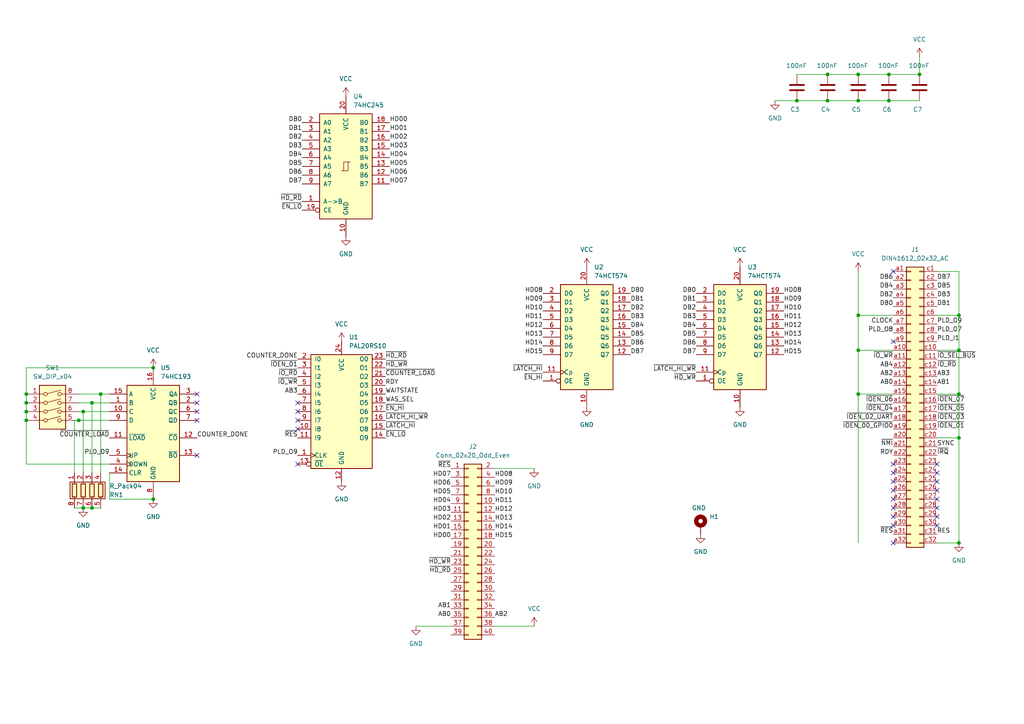
<source format=kicad_sch>
(kicad_sch (version 20250114) (generator "eeschema") (generator_version "9.0")
  (paper "A4")
  (lib_symbols
    (symbol "74xx:74HC193"
      (property "Reference" "U" (at -7.62 13.97 0))
      (property "Value" "74HC193" (at 5.08 13.97 0))
      (symbol "74HC193_1_0"
        (pin input line (at -12.7 10.16 0) (length 5.08) (name "A") (number "15"))
        (pin input line (at -12.7 7.62 0) (length 5.08) (name "B") (number "1"))
        (pin input line (at -12.7 5.08 0) (length 5.08) (name "C") (number "10"))
        (pin input line (at -12.7 2.54 0) (length 5.08) (name "D") (number "9"))
        (pin input line (at -12.7 -2.54 0) (length 5.08) (name "~{LOAD}") (number "11"))
        (pin input clock (at -12.7 -7.62 0) (length 5.08) (name "UP") (number "5"))
        (pin input clock (at -12.7 -10.16 0) (length 5.08) (name "DOWN") (number "4"))
        (pin input line (at -12.7 -12.7 0) (length 5.08) (name "CLR") (number "14"))
        (pin power_in line (at 0 17.78 270) (length 5.08) (name "VCC") (number "16"))
        (pin power_in line (at 0 -20.32 90) (length 5.08) (name "GND") (number "8"))
        (pin output line (at 12.7 10.16 180) (length 5.08) (name "QA") (number "3"))
        (pin output line (at 12.7 7.62 180) (length 5.08) (name "QB") (number "2"))
        (pin output line (at 12.7 5.08 180) (length 5.08) (name "QC") (number "6"))
        (pin output line (at 12.7 2.54 180) (length 5.08) (name "QD") (number "7"))
        (pin output line (at 12.7 -2.54 180) (length 5.08) (name "~{CO}") (number "12"))
        (pin output line (at 12.7 -7.62 180) (length 5.08) (name "~{BO}") (number "13"))
      )
      (symbol "74HC193_1_1"
        (rectangle (start -7.62 12.7) (end 7.62 -15.24) (stroke (width 0.254)) (fill (type background)))
      )
    )
    (symbol "74xx:74HC245" (pin_names (offset 1.016))
      (property "Reference" "U" (at -7.62 16.51 0))
      (property "Value" "74HC245" (at -7.62 -16.51 0))
      (symbol "74HC245_1_0"
        (polyline (pts (xy -1.27 -1.27) (xy 0.635 -1.27) (xy 0.635 1.27) (xy 1.27 1.27)))
        (polyline (pts (xy -0.635 -1.27) (xy -0.635 1.27) (xy 0.635 1.27)))
        (pin tri_state line (at -12.7 12.7 0) (length 5.08) (name "A0") (number "2"))
        (pin tri_state line (at -12.7 10.16 0) (length 5.08) (name "A1") (number "3"))
        (pin tri_state line (at -12.7 7.62 0) (length 5.08) (name "A2") (number "4"))
        (pin tri_state line (at -12.7 5.08 0) (length 5.08) (name "A3") (number "5"))
        (pin tri_state line (at -12.7 2.54 0) (length 5.08) (name "A4") (number "6"))
        (pin tri_state line (at -12.7 0 0) (length 5.08) (name "A5") (number "7"))
        (pin tri_state line (at -12.7 -2.54 0) (length 5.08) (name "A6") (number "8"))
        (pin tri_state line (at -12.7 -5.08 0) (length 5.08) (name "A7") (number "9"))
        (pin input line (at -12.7 -10.16 0) (length 5.08) (name "A->B") (number "1"))
        (pin input inverted (at -12.7 -12.7 0) (length 5.08) (name "CE") (number "19"))
        (pin power_in line (at 0 20.32 270) (length 5.08) (name "VCC") (number "20"))
        (pin power_in line (at 0 -20.32 90) (length 5.08) (name "GND") (number "10"))
        (pin tri_state line (at 12.7 12.7 180) (length 5.08) (name "B0") (number "18"))
        (pin tri_state line (at 12.7 10.16 180) (length 5.08) (name "B1") (number "17"))
        (pin tri_state line (at 12.7 7.62 180) (length 5.08) (name "B2") (number "16"))
        (pin tri_state line (at 12.7 5.08 180) (length 5.08) (name "B3") (number "15"))
        (pin tri_state line (at 12.7 2.54 180) (length 5.08) (name "B4") (number "14"))
        (pin tri_state line (at 12.7 0 180) (length 5.08) (name "B5") (number "13"))
        (pin tri_state line (at 12.7 -2.54 180) (length 5.08) (name "B6") (number "12"))
        (pin tri_state line (at 12.7 -5.08 180) (length 5.08) (name "B7") (number "11"))
      )
      (symbol "74HC245_1_1"
        (rectangle (start -7.62 15.24) (end 7.62 -15.24) (stroke (width 0.254)) (fill (type background)))
      )
    )
    (symbol "74xx:74HCT574" (pin_names (offset 1.016))
      (property "Reference" "U" (at -7.62 16.51 0))
      (property "Value" "74HCT574" (at -7.62 -16.51 0))
      (symbol "74HCT574_1_0"
        (pin input line (at -12.7 12.7 0) (length 5.08) (name "D0") (number "2"))
        (pin input line (at -12.7 10.16 0) (length 5.08) (name "D1") (number "3"))
        (pin input line (at -12.7 7.62 0) (length 5.08) (name "D2") (number "4"))
        (pin input line (at -12.7 5.08 0) (length 5.08) (name "D3") (number "5"))
        (pin input line (at -12.7 2.54 0) (length 5.08) (name "D4") (number "6"))
        (pin input line (at -12.7 0 0) (length 5.08) (name "D5") (number "7"))
        (pin input line (at -12.7 -2.54 0) (length 5.08) (name "D6") (number "8"))
        (pin input line (at -12.7 -5.08 0) (length 5.08) (name "D7") (number "9"))
        (pin input clock (at -12.7 -10.16 0) (length 5.08) (name "Cp") (number "11"))
        (pin input inverted (at -12.7 -12.7 0) (length 5.08) (name "OE") (number "1"))
        (pin power_in line (at 0 20.32 270) (length 5.08) (name "VCC") (number "20"))
        (pin power_in line (at 0 -20.32 90) (length 5.08) (name "GND") (number "10"))
        (pin tri_state line (at 12.7 12.7 180) (length 5.08) (name "Q0") (number "19"))
        (pin tri_state line (at 12.7 10.16 180) (length 5.08) (name "Q1") (number "18"))
        (pin tri_state line (at 12.7 7.62 180) (length 5.08) (name "Q2") (number "17"))
        (pin tri_state line (at 12.7 5.08 180) (length 5.08) (name "Q3") (number "16"))
        (pin tri_state line (at 12.7 2.54 180) (length 5.08) (name "Q4") (number "15"))
        (pin tri_state line (at 12.7 0 180) (length 5.08) (name "Q5") (number "14"))
        (pin tri_state line (at 12.7 -2.54 180) (length 5.08) (name "Q6") (number "13"))
        (pin tri_state line (at 12.7 -5.08 180) (length 5.08) (name "Q7") (number "12"))
      )
      (symbol "74HCT574_1_1"
        (rectangle (start -7.62 15.24) (end 7.62 -15.24) (stroke (width 0.254)) (fill (type background)))
      )
    )
    (symbol "Connector:DIN41612_02x32_AC" (pin_names (offset 1.016) (hide yes))
      (property "Reference" "J" (at 1.27 40.64 0))
      (property "Value" "DIN41612_02x32_AC" (at 1.27 -43.18 0))
      (symbol "DIN41612_02x32_AC_1_1"
        (rectangle (start -1.27 39.37) (end 3.81 -41.91) (stroke (width 0.254)) (fill (type background)))
        (rectangle (start -1.27 38.227) (end 0 37.973) (stroke (width 0.1524)))
        (rectangle (start -1.27 35.687) (end 0 35.433) (stroke (width 0.1524)))
        (rectangle (start -1.27 33.147) (end 0 32.893) (stroke (width 0.1524)))
        (rectangle (start -1.27 30.607) (end 0 30.353) (stroke (width 0.1524)))
        (rectangle (start -1.27 28.067) (end 0 27.813) (stroke (width 0.1524)))
        (rectangle (start -1.27 25.527) (end 0 25.273) (stroke (width 0.1524)))
        (rectangle (start -1.27 22.987) (end 0 22.733) (stroke (width 0.1524)))
        (rectangle (start -1.27 20.447) (end 0 20.193) (stroke (width 0.1524)))
        (rectangle (start -1.27 17.907) (end 0 17.653) (stroke (width 0.1524)))
        (rectangle (start -1.27 15.367) (end 0 15.113) (stroke (width 0.1524)))
        (rectangle (start -1.27 12.827) (end 0 12.573) (stroke (width 0.1524)))
        (rectangle (start -1.27 10.287) (end 0 10.033) (stroke (width 0.1524)))
        (rectangle (start -1.27 7.747) (end 0 7.493) (stroke (width 0.1524)))
        (rectangle (start -1.27 5.207) (end 0 4.953) (stroke (width 0.1524)))
        (rectangle (start -1.27 2.667) (end 0 2.413) (stroke (width 0.1524)))
        (rectangle (start -1.27 0.127) (end 0 -0.127) (stroke (width 0.1524)))
        (rectangle (start -1.27 -2.413) (end 0 -2.667) (stroke (width 0.1524)))
        (rectangle (start -1.27 -4.953) (end 0 -5.207) (stroke (width 0.1524)))
        (rectangle (start -1.27 -7.493) (end 0 -7.747) (stroke (width 0.1524)))
        (rectangle (start -1.27 -10.033) (end 0 -10.287) (stroke (width 0.1524)))
        (rectangle (start -1.27 -12.573) (end 0 -12.827) (stroke (width 0.1524)))
        (rectangle (start -1.27 -15.113) (end 0 -15.367) (stroke (width 0.1524)))
        (rectangle (start -1.27 -17.653) (end 0 -17.907) (stroke (width 0.1524)))
        (rectangle (start -1.27 -20.193) (end 0 -20.447) (stroke (width 0.1524)))
        (rectangle (start -1.27 -22.733) (end 0 -22.987) (stroke (width 0.1524)))
        (rectangle (start -1.27 -25.273) (end 0 -25.527) (stroke (width 0.1524)))
        (rectangle (start -1.27 -27.813) (end 0 -28.067) (stroke (width 0.1524)))
        (rectangle (start -1.27 -30.353) (end 0 -30.607) (stroke (width 0.1524)))
        (rectangle (start -1.27 -32.893) (end 0 -33.147) (stroke (width 0.1524)))
        (rectangle (start -1.27 -35.433) (end 0 -35.687) (stroke (width 0.1524)))
        (rectangle (start -1.27 -37.973) (end 0 -38.227) (stroke (width 0.1524)))
        (rectangle (start -1.27 -40.513) (end 0 -40.767) (stroke (width 0.1524)))
        (rectangle (start 3.81 38.227) (end 2.54 37.973) (stroke (width 0.1524)))
        (rectangle (start 3.81 35.687) (end 2.54 35.433) (stroke (width 0.1524)))
        (rectangle (start 3.81 33.147) (end 2.54 32.893) (stroke (width 0.1524)))
        (rectangle (start 3.81 30.607) (end 2.54 30.353) (stroke (width 0.1524)))
        (rectangle (start 3.81 28.067) (end 2.54 27.813) (stroke (width 0.1524)))
        (rectangle (start 3.81 25.527) (end 2.54 25.273) (stroke (width 0.1524)))
        (rectangle (start 3.81 22.987) (end 2.54 22.733) (stroke (width 0.1524)))
        (rectangle (start 3.81 20.447) (end 2.54 20.193) (stroke (width 0.1524)))
        (rectangle (start 3.81 17.907) (end 2.54 17.653) (stroke (width 0.1524)))
        (rectangle (start 3.81 15.367) (end 2.54 15.113) (stroke (width 0.1524)))
        (rectangle (start 3.81 12.827) (end 2.54 12.573) (stroke (width 0.1524)))
        (rectangle (start 3.81 10.287) (end 2.54 10.033) (stroke (width 0.1524)))
        (rectangle (start 3.81 7.747) (end 2.54 7.493) (stroke (width 0.1524)))
        (rectangle (start 3.81 5.207) (end 2.54 4.953) (stroke (width 0.1524)))
        (rectangle (start 3.81 2.667) (end 2.54 2.413) (stroke (width 0.1524)))
        (rectangle (start 3.81 0.127) (end 2.54 -0.127) (stroke (width 0.1524)))
        (rectangle (start 3.81 -2.413) (end 2.54 -2.667) (stroke (width 0.1524)))
        (rectangle (start 3.81 -4.953) (end 2.54 -5.207) (stroke (width 0.1524)))
        (rectangle (start 3.81 -7.493) (end 2.54 -7.747) (stroke (width 0.1524)))
        (rectangle (start 3.81 -10.033) (end 2.54 -10.287) (stroke (width 0.1524)))
        (rectangle (start 3.81 -12.573) (end 2.54 -12.827) (stroke (width 0.1524)))
        (rectangle (start 3.81 -15.113) (end 2.54 -15.367) (stroke (width 0.1524)))
        (rectangle (start 3.81 -17.653) (end 2.54 -17.907) (stroke (width 0.1524)))
        (rectangle (start 3.81 -20.193) (end 2.54 -20.447) (stroke (width 0.1524)))
        (rectangle (start 3.81 -22.733) (end 2.54 -22.987) (stroke (width 0.1524)))
        (rectangle (start 3.81 -25.273) (end 2.54 -25.527) (stroke (width 0.1524)))
        (rectangle (start 3.81 -27.813) (end 2.54 -28.067) (stroke (width 0.1524)))
        (rectangle (start 3.81 -30.353) (end 2.54 -30.607) (stroke (width 0.1524)))
        (rectangle (start 3.81 -32.893) (end 2.54 -33.147) (stroke (width 0.1524)))
        (rectangle (start 3.81 -35.433) (end 2.54 -35.687) (stroke (width 0.1524)))
        (rectangle (start 3.81 -37.973) (end 2.54 -38.227) (stroke (width 0.1524)))
        (rectangle (start 3.81 -40.513) (end 2.54 -40.767) (stroke (width 0.1524)))
        (pin passive line (at -5.08 38.1 0) (length 3.81) (name "Pin_a1") (number "a1"))
        (pin passive line (at -5.08 35.56 0) (length 3.81) (name "Pin_a2") (number "a2"))
        (pin passive line (at -5.08 33.02 0) (length 3.81) (name "Pin_a3") (number "a3"))
        (pin passive line (at -5.08 30.48 0) (length 3.81) (name "Pin_a4") (number "a4"))
        (pin passive line (at -5.08 27.94 0) (length 3.81) (name "Pin_a5") (number "a5"))
        (pin passive line (at -5.08 25.4 0) (length 3.81) (name "Pin_a6") (number "a6"))
        (pin passive line (at -5.08 22.86 0) (length 3.81) (name "Pin_a7") (number "a7"))
        (pin passive line (at -5.08 20.32 0) (length 3.81) (name "Pin_a8") (number "a8"))
        (pin passive line (at -5.08 17.78 0) (length 3.81) (name "Pin_a9") (number "a9"))
        (pin passive line (at -5.08 15.24 0) (length 3.81) (name "Pin_a10") (number "a10"))
        (pin passive line (at -5.08 12.7 0) (length 3.81) (name "Pin_a11") (number "a11"))
        (pin passive line (at -5.08 10.16 0) (length 3.81) (name "Pin_a12") (number "a12"))
        (pin passive line (at -5.08 7.62 0) (length 3.81) (name "Pin_a13") (number "a13"))
        (pin passive line (at -5.08 5.08 0) (length 3.81) (name "Pin_a14") (number "a14"))
        (pin passive line (at -5.08 2.54 0) (length 3.81) (name "Pin_a15") (number "a15"))
        (pin passive line (at -5.08 0 0) (length 3.81) (name "Pin_a16") (number "a16"))
        (pin passive line (at -5.08 -2.54 0) (length 3.81) (name "Pin_a17") (number "a17"))
        (pin passive line (at -5.08 -5.08 0) (length 3.81) (name "Pin_a18") (number "a18"))
        (pin passive line (at -5.08 -7.62 0) (length 3.81) (name "Pin_a19") (number "a19"))
        (pin passive line (at -5.08 -10.16 0) (length 3.81) (name "Pin_a20") (number "a20"))
        (pin passive line (at -5.08 -12.7 0) (length 3.81) (name "Pin_a21") (number "a21"))
        (pin passive line (at -5.08 -15.24 0) (length 3.81) (name "Pin_a22") (number "a22"))
        (pin passive line (at -5.08 -17.78 0) (length 3.81) (name "Pin_a23") (number "a23"))
        (pin passive line (at -5.08 -20.32 0) (length 3.81) (name "Pin_a24") (number "a24"))
        (pin passive line (at -5.08 -22.86 0) (length 3.81) (name "Pin_a25") (number "a25"))
        (pin passive line (at -5.08 -25.4 0) (length 3.81) (name "Pin_a26") (number "a26"))
        (pin passive line (at -5.08 -27.94 0) (length 3.81) (name "Pin_a27") (number "a27"))
        (pin passive line (at -5.08 -30.48 0) (length 3.81) (name "Pin_a28") (number "a28"))
        (pin passive line (at -5.08 -33.02 0) (length 3.81) (name "Pin_a29") (number "a29"))
        (pin passive line (at -5.08 -35.56 0) (length 3.81) (name "Pin_a30") (number "a30"))
        (pin passive line (at -5.08 -38.1 0) (length 3.81) (name "Pin_a31") (number "a31"))
        (pin passive line (at -5.08 -40.64 0) (length 3.81) (name "Pin_a32") (number "a32"))
        (pin passive line (at 7.62 38.1 180) (length 3.81) (name "Pin_c1") (number "c1"))
        (pin passive line (at 7.62 35.56 180) (length 3.81) (name "Pin_c2") (number "c2"))
        (pin passive line (at 7.62 33.02 180) (length 3.81) (name "Pin_c3") (number "c3"))
        (pin passive line (at 7.62 30.48 180) (length 3.81) (name "Pin_c4") (number "c4"))
        (pin passive line (at 7.62 27.94 180) (length 3.81) (name "Pin_c5") (number "c5"))
        (pin passive line (at 7.62 25.4 180) (length 3.81) (name "Pin_c6") (number "c6"))
        (pin passive line (at 7.62 22.86 180) (length 3.81) (name "Pin_c7") (number "c7"))
        (pin passive line (at 7.62 20.32 180) (length 3.81) (name "Pin_c8") (number "c8"))
        (pin passive line (at 7.62 17.78 180) (length 3.81) (name "Pin_c9") (number "c9"))
        (pin passive line (at 7.62 15.24 180) (length 3.81) (name "Pin_c10") (number "c10"))
        (pin passive line (at 7.62 12.7 180) (length 3.81) (name "Pin_c11") (number "c11"))
        (pin passive line (at 7.62 10.16 180) (length 3.81) (name "Pin_c12") (number "c12"))
        (pin passive line (at 7.62 7.62 180) (length 3.81) (name "Pin_c13") (number "c13"))
        (pin passive line (at 7.62 5.08 180) (length 3.81) (name "Pin_c14") (number "c14"))
        (pin passive line (at 7.62 2.54 180) (length 3.81) (name "Pin_c15") (number "c15"))
        (pin passive line (at 7.62 0 180) (length 3.81) (name "Pin_c16") (number "c16"))
        (pin passive line (at 7.62 -2.54 180) (length 3.81) (name "Pin_c17") (number "c17"))
        (pin passive line (at 7.62 -5.08 180) (length 3.81) (name "Pin_c18") (number "c18"))
        (pin passive line (at 7.62 -7.62 180) (length 3.81) (name "Pin_c19") (number "c19"))
        (pin passive line (at 7.62 -10.16 180) (length 3.81) (name "Pin_c20") (number "c20"))
        (pin passive line (at 7.62 -12.7 180) (length 3.81) (name "Pin_c21") (number "c21"))
        (pin passive line (at 7.62 -15.24 180) (length 3.81) (name "Pin_c22") (number "c22"))
        (pin passive line (at 7.62 -17.78 180) (length 3.81) (name "Pin_c23") (number "c23"))
        (pin passive line (at 7.62 -20.32 180) (length 3.81) (name "Pin_c24") (number "c24"))
        (pin passive line (at 7.62 -22.86 180) (length 3.81) (name "Pin_c25") (number "c25"))
        (pin passive line (at 7.62 -25.4 180) (length 3.81) (name "Pin_c26") (number "c26"))
        (pin passive line (at 7.62 -27.94 180) (length 3.81) (name "Pin_c27") (number "c27"))
        (pin passive line (at 7.62 -30.48 180) (length 3.81) (name "Pin_c28") (number "c28"))
        (pin passive line (at 7.62 -33.02 180) (length 3.81) (name "Pin_c29") (number "c29"))
        (pin passive line (at 7.62 -35.56 180) (length 3.81) (name "Pin_c30") (number "c30"))
        (pin passive line (at 7.62 -38.1 180) (length 3.81) (name "Pin_c31") (number "c31"))
        (pin passive line (at 7.62 -40.64 180) (length 3.81) (name "Pin_c32") (number "c32"))
      )
    )
    (symbol "Connector_Generic:Conn_02x20_Odd_Even" (pin_names (offset 1.016) (hide yes))
      (property "Reference" "J" (at 1.27 25.4 0))
      (property "Value" "Conn_02x20_Odd_Even" (at 1.27 -27.94 0))
      (symbol "Conn_02x20_Odd_Even_1_1"
        (rectangle (start -1.27 24.13) (end 3.81 -26.67) (stroke (width 0.254)) (fill (type background)))
        (rectangle (start -1.27 22.987) (end 0 22.733) (stroke (width 0.1524)))
        (rectangle (start -1.27 20.447) (end 0 20.193) (stroke (width 0.1524)))
        (rectangle (start -1.27 17.907) (end 0 17.653) (stroke (width 0.1524)))
        (rectangle (start -1.27 15.367) (end 0 15.113) (stroke (width 0.1524)))
        (rectangle (start -1.27 12.827) (end 0 12.573) (stroke (width 0.1524)))
        (rectangle (start -1.27 10.287) (end 0 10.033) (stroke (width 0.1524)))
        (rectangle (start -1.27 7.747) (end 0 7.493) (stroke (width 0.1524)))
        (rectangle (start -1.27 5.207) (end 0 4.953) (stroke (width 0.1524)))
        (rectangle (start -1.27 2.667) (end 0 2.413) (stroke (width 0.1524)))
        (rectangle (start -1.27 0.127) (end 0 -0.127) (stroke (width 0.1524)))
        (rectangle (start -1.27 -2.413) (end 0 -2.667) (stroke (width 0.1524)))
        (rectangle (start -1.27 -4.953) (end 0 -5.207) (stroke (width 0.1524)))
        (rectangle (start -1.27 -7.493) (end 0 -7.747) (stroke (width 0.1524)))
        (rectangle (start -1.27 -10.033) (end 0 -10.287) (stroke (width 0.1524)))
        (rectangle (start -1.27 -12.573) (end 0 -12.827) (stroke (width 0.1524)))
        (rectangle (start -1.27 -15.113) (end 0 -15.367) (stroke (width 0.1524)))
        (rectangle (start -1.27 -17.653) (end 0 -17.907) (stroke (width 0.1524)))
        (rectangle (start -1.27 -20.193) (end 0 -20.447) (stroke (width 0.1524)))
        (rectangle (start -1.27 -22.733) (end 0 -22.987) (stroke (width 0.1524)))
        (rectangle (start -1.27 -25.273) (end 0 -25.527) (stroke (width 0.1524)))
        (rectangle (start 3.81 22.987) (end 2.54 22.733) (stroke (width 0.1524)))
        (rectangle (start 3.81 20.447) (end 2.54 20.193) (stroke (width 0.1524)))
        (rectangle (start 3.81 17.907) (end 2.54 17.653) (stroke (width 0.1524)))
        (rectangle (start 3.81 15.367) (end 2.54 15.113) (stroke (width 0.1524)))
        (rectangle (start 3.81 12.827) (end 2.54 12.573) (stroke (width 0.1524)))
        (rectangle (start 3.81 10.287) (end 2.54 10.033) (stroke (width 0.1524)))
        (rectangle (start 3.81 7.747) (end 2.54 7.493) (stroke (width 0.1524)))
        (rectangle (start 3.81 5.207) (end 2.54 4.953) (stroke (width 0.1524)))
        (rectangle (start 3.81 2.667) (end 2.54 2.413) (stroke (width 0.1524)))
        (rectangle (start 3.81 0.127) (end 2.54 -0.127) (stroke (width 0.1524)))
        (rectangle (start 3.81 -2.413) (end 2.54 -2.667) (stroke (width 0.1524)))
        (rectangle (start 3.81 -4.953) (end 2.54 -5.207) (stroke (width 0.1524)))
        (rectangle (start 3.81 -7.493) (end 2.54 -7.747) (stroke (width 0.1524)))
        (rectangle (start 3.81 -10.033) (end 2.54 -10.287) (stroke (width 0.1524)))
        (rectangle (start 3.81 -12.573) (end 2.54 -12.827) (stroke (width 0.1524)))
        (rectangle (start 3.81 -15.113) (end 2.54 -15.367) (stroke (width 0.1524)))
        (rectangle (start 3.81 -17.653) (end 2.54 -17.907) (stroke (width 0.1524)))
        (rectangle (start 3.81 -20.193) (end 2.54 -20.447) (stroke (width 0.1524)))
        (rectangle (start 3.81 -22.733) (end 2.54 -22.987) (stroke (width 0.1524)))
        (rectangle (start 3.81 -25.273) (end 2.54 -25.527) (stroke (width 0.1524)))
        (pin passive line (at -5.08 22.86 0) (length 3.81) (name "Pin_1") (number "1"))
        (pin passive line (at -5.08 20.32 0) (length 3.81) (name "Pin_3") (number "3"))
        (pin passive line (at -5.08 17.78 0) (length 3.81) (name "Pin_5") (number "5"))
        (pin passive line (at -5.08 15.24 0) (length 3.81) (name "Pin_7") (number "7"))
        (pin passive line (at -5.08 12.7 0) (length 3.81) (name "Pin_9") (number "9"))
        (pin passive line (at -5.08 10.16 0) (length 3.81) (name "Pin_11") (number "11"))
        (pin passive line (at -5.08 7.62 0) (length 3.81) (name "Pin_13") (number "13"))
        (pin passive line (at -5.08 5.08 0) (length 3.81) (name "Pin_15") (number "15"))
        (pin passive line (at -5.08 2.54 0) (length 3.81) (name "Pin_17") (number "17"))
        (pin passive line (at -5.08 0 0) (length 3.81) (name "Pin_19") (number "19"))
        (pin passive line (at -5.08 -2.54 0) (length 3.81) (name "Pin_21") (number "21"))
        (pin passive line (at -5.08 -5.08 0) (length 3.81) (name "Pin_23") (number "23"))
        (pin passive line (at -5.08 -7.62 0) (length 3.81) (name "Pin_25") (number "25"))
        (pin passive line (at -5.08 -10.16 0) (length 3.81) (name "Pin_27") (number "27"))
        (pin passive line (at -5.08 -12.7 0) (length 3.81) (name "Pin_29") (number "29"))
        (pin passive line (at -5.08 -15.24 0) (length 3.81) (name "Pin_31") (number "31"))
        (pin passive line (at -5.08 -17.78 0) (length 3.81) (name "Pin_33") (number "33"))
        (pin passive line (at -5.08 -20.32 0) (length 3.81) (name "Pin_35") (number "35"))
        (pin passive line (at -5.08 -22.86 0) (length 3.81) (name "Pin_37") (number "37"))
        (pin passive line (at -5.08 -25.4 0) (length 3.81) (name "Pin_39") (number "39"))
        (pin passive line (at 7.62 22.86 180) (length 3.81) (name "Pin_2") (number "2"))
        (pin passive line (at 7.62 20.32 180) (length 3.81) (name "Pin_4") (number "4"))
        (pin passive line (at 7.62 17.78 180) (length 3.81) (name "Pin_6") (number "6"))
        (pin passive line (at 7.62 15.24 180) (length 3.81) (name "Pin_8") (number "8"))
        (pin passive line (at 7.62 12.7 180) (length 3.81) (name "Pin_10") (number "10"))
        (pin passive line (at 7.62 10.16 180) (length 3.81) (name "Pin_12") (number "12"))
        (pin passive line (at 7.62 7.62 180) (length 3.81) (name "Pin_14") (number "14"))
        (pin passive line (at 7.62 5.08 180) (length 3.81) (name "Pin_16") (number "16"))
        (pin passive line (at 7.62 2.54 180) (length 3.81) (name "Pin_18") (number "18"))
        (pin passive line (at 7.62 0 180) (length 3.81) (name "Pin_20") (number "20"))
        (pin passive line (at 7.62 -2.54 180) (length 3.81) (name "Pin_22") (number "22"))
        (pin passive line (at 7.62 -5.08 180) (length 3.81) (name "Pin_24") (number "24"))
        (pin passive line (at 7.62 -7.62 180) (length 3.81) (name "Pin_26") (number "26"))
        (pin passive line (at 7.62 -10.16 180) (length 3.81) (name "Pin_28") (number "28"))
        (pin passive line (at 7.62 -12.7 180) (length 3.81) (name "Pin_30") (number "30"))
        (pin passive line (at 7.62 -15.24 180) (length 3.81) (name "Pin_32") (number "32"))
        (pin passive line (at 7.62 -17.78 180) (length 3.81) (name "Pin_34") (number "34"))
        (pin passive line (at 7.62 -20.32 180) (length 3.81) (name "Pin_36") (number "36"))
        (pin passive line (at 7.62 -22.86 180) (length 3.81) (name "Pin_38") (number "38"))
        (pin passive line (at 7.62 -25.4 180) (length 3.81) (name "Pin_40") (number "40"))
      )
    )
    (symbol "Device:C" (pin_numbers (hide yes)) (pin_names (offset 0.254))
      (property "Reference" "C" (at 0.635 2.54 0))
      (property "Value" "C" (at 0.635 -2.54 0))
      (symbol "C_0_1"
        (polyline (pts (xy -2.032 0.762) (xy 2.032 0.762)) (stroke (width 0.508)))
        (polyline (pts (xy -2.032 -0.762) (xy 2.032 -0.762)) (stroke (width 0.508)))
      )
      (symbol "C_1_1"
        (pin passive line (at 0 3.81 270) (length 2.794) (name "~") (number "1"))
        (pin passive line (at 0 -3.81 90) (length 2.794) (name "~") (number "2"))
      )
    )
    (symbol "Device:R_Pack04" (pin_names (offset 0) (hide yes))
      (property "Reference" "RN" (at -7.62 0 90))
      (property "Value" "R_Pack04" (at 5.08 0 90))
      (symbol "R_Pack04_0_1"
        (rectangle (start -6.35 -2.413) (end 3.81 2.413) (stroke (width 0.254)) (fill (type background)))
        (rectangle (start -5.715 1.905) (end -4.445 -1.905) (stroke (width 0.254)))
        (polyline (pts (xy -5.08 1.905) (xy -5.08 2.54)))
        (polyline (pts (xy -5.08 -2.54) (xy -5.08 -1.905)))
        (rectangle (start -3.175 1.905) (end -1.905 -1.905) (stroke (width 0.254)))
        (polyline (pts (xy -2.54 1.905) (xy -2.54 2.54)))
        (polyline (pts (xy -2.54 -2.54) (xy -2.54 -1.905)))
        (rectangle (start -0.635 1.905) (end 0.635 -1.905) (stroke (width 0.254)))
        (polyline (pts (xy 0 1.905) (xy 0 2.54)))
        (polyline (pts (xy 0 -2.54) (xy 0 -1.905)))
        (rectangle (start 1.905 1.905) (end 3.175 -1.905) (stroke (width 0.254)))
        (polyline (pts (xy 2.54 1.905) (xy 2.54 2.54)))
        (polyline (pts (xy 2.54 -2.54) (xy 2.54 -1.905)))
      )
      (symbol "R_Pack04_1_1"
        (pin passive line (at -5.08 5.08 270) (length 2.54) (name "R1.2") (number "8"))
        (pin passive line (at -5.08 -5.08 90) (length 2.54) (name "R1.1") (number "1"))
        (pin passive line (at -2.54 5.08 270) (length 2.54) (name "R2.2") (number "7"))
        (pin passive line (at -2.54 -5.08 90) (length 2.54) (name "R2.1") (number "2"))
        (pin passive line (at 0 5.08 270) (length 2.54) (name "R3.2") (number "6"))
        (pin passive line (at 0 -5.08 90) (length 2.54) (name "R3.1") (number "3"))
        (pin passive line (at 2.54 5.08 270) (length 2.54) (name "R4.2") (number "5"))
        (pin passive line (at 2.54 -5.08 90) (length 2.54) (name "R4.1") (number "4"))
      )
    )
    (symbol "Logic_Programmable:PAL20RS10" (pin_names (offset 1.016))
      (property "Reference" "U" (at -8.89 19.05 0))
      (property "Value" "PAL20RS10" (at 5.08 19.05 0))
      (symbol "PAL20RS10_0_1"
        (rectangle (start -8.89 -16.51) (end 8.89 16.51) (stroke (width 0.254)) (fill (type background)))
      )
      (symbol "PAL20RS10_1_1"
        (pin input line (at -12.7 15.24 0) (length 3.81) (name "I0") (number "2"))
        (pin input line (at -12.7 12.7 0) (length 3.81) (name "I1") (number "3"))
        (pin input line (at -12.7 10.16 0) (length 3.81) (name "I2") (number "4"))
        (pin input line (at -12.7 7.62 0) (length 3.81) (name "I3") (number "5"))
        (pin input line (at -12.7 5.08 0) (length 3.81) (name "I4") (number "6"))
        (pin input line (at -12.7 2.54 0) (length 3.81) (name "I5") (number "7"))
        (pin input line (at -12.7 0 0) (length 3.81) (name "I6") (number "8"))
        (pin input line (at -12.7 -2.54 0) (length 3.81) (name "I7") (number "9"))
        (pin input line (at -12.7 -5.08 0) (length 3.81) (name "I8") (number "10"))
        (pin input line (at -12.7 -7.62 0) (length 3.81) (name "I9") (number "11"))
        (pin input clock (at -12.7 -12.7 0) (length 3.81) (name "CLK") (number "1"))
        (pin input inverted (at -12.7 -15.24 0) (length 3.81) (name "~{OE}") (number "13"))
        (pin power_in line (at 0 20.32 270) (length 3.81) (name "VCC") (number "24"))
        (pin power_in line (at 0 -20.32 90) (length 3.81) (name "GND") (number "12"))
        (pin output line (at 12.7 15.24 180) (length 3.81) (name "O0") (number "23"))
        (pin output line (at 12.7 12.7 180) (length 3.81) (name "O1") (number "22"))
        (pin output line (at 12.7 10.16 180) (length 3.81) (name "O2") (number "21"))
        (pin output line (at 12.7 7.62 180) (length 3.81) (name "O3") (number "20"))
        (pin output line (at 12.7 5.08 180) (length 3.81) (name "O4") (number "19"))
        (pin output line (at 12.7 2.54 180) (length 3.81) (name "O5") (number "18"))
        (pin output line (at 12.7 0 180) (length 3.81) (name "O6") (number "17"))
        (pin output line (at 12.7 -2.54 180) (length 3.81) (name "O7") (number "16"))
        (pin output line (at 12.7 -5.08 180) (length 3.81) (name "O8") (number "15"))
        (pin output line (at 12.7 -7.62 180) (length 3.81) (name "O9") (number "14"))
      )
    )
    (symbol "Mechanical:MountingHole_Pad" (pin_numbers (hide yes)) (pin_names (offset 1.016) (hide yes))
      (property "Reference" "H" (at 0 6.35 0))
      (property "Value" "MountingHole_Pad" (at 0 4.445 0))
      (symbol "MountingHole_Pad_0_1"
        (circle (center 0 1.27) (radius 1.27) (stroke (width 1.27)))
      )
      (symbol "MountingHole_Pad_1_1"
        (pin input line (at 0 -2.54 90) (length 2.54) (name "1") (number "1"))
      )
    )
    (symbol "Switch:SW_DIP_x04" (pin_names (offset 0) (hide yes))
      (property "Reference" "SW" (at 0 8.89 0))
      (property "Value" "SW_DIP_x04" (at 0 -6.35 0))
      (symbol "SW_DIP_x04_0_0"
        (circle (center -2.032 5.08) (radius 0.508))
        (circle (center -2.032 2.54) (radius 0.508))
        (circle (center -2.032 0) (radius 0.508))
        (circle (center -2.032 -2.54) (radius 0.508))
        (polyline (pts (xy -1.524 5.207) (xy 2.3622 6.2484)))
        (polyline (pts (xy -1.524 2.667) (xy 2.3622 3.7084)))
        (polyline (pts (xy -1.524 0.127) (xy 2.3622 1.1684)))
        (polyline (pts (xy -1.524 -2.3876) (xy 2.3622 -1.3462)))
        (circle (center 2.032 5.08) (radius 0.508))
        (circle (center 2.032 2.54) (radius 0.508))
        (circle (center 2.032 0) (radius 0.508))
        (circle (center 2.032 -2.54) (radius 0.508))
      )
      (symbol "SW_DIP_x04_0_1"
        (rectangle (start -3.81 7.62) (end 3.81 -5.08) (stroke (width 0.254)) (fill (type background)))
      )
      (symbol "SW_DIP_x04_1_1"
        (pin passive line (at -7.62 5.08 0) (length 5.08) (name "~") (number "1"))
        (pin passive line (at -7.62 2.54 0) (length 5.08) (name "~") (number "2"))
        (pin passive line (at -7.62 0 0) (length 5.08) (name "~") (number "3"))
        (pin passive line (at -7.62 -2.54 0) (length 5.08) (name "~") (number "4"))
        (pin passive line (at 7.62 5.08 180) (length 5.08) (name "~") (number "8"))
        (pin passive line (at 7.62 2.54 180) (length 5.08) (name "~") (number "7"))
        (pin passive line (at 7.62 0 180) (length 5.08) (name "~") (number "6"))
        (pin passive line (at 7.62 -2.54 180) (length 5.08) (name "~") (number "5"))
      )
    )
    (symbol "power:GND" (power) (pin_names (offset 0))
      (property "Value" "GND" (at 0 -3.81 0))
      (symbol "GND_0_1"
        (polyline (pts (xy 0 0) (xy 0 -1.27) (xy 1.27 -1.27) (xy 0 -2.54) (xy -1.27 -1.27) (xy 0 -1.27)))
      )
      (symbol "GND_1_1"
        (pin power_in line (at 0 0 270) (length 0) (hide yes) (name "GND") (number "1"))
      )
    )
    (symbol "power:VCC" (power) (pin_names (offset 0))
      (property "Value" "VCC" (at 0 3.81 0))
      (symbol "VCC_0_1"
        (polyline (pts (xy -0.762 1.27) (xy 0 2.54)))
        (polyline (pts (xy 0 2.54) (xy 0.762 1.27)))
        (polyline (pts (xy 0 0) (xy 0 2.54)))
      )
      (symbol "VCC_1_1"
        (pin power_in line (at 0 0 90) (length 0) (hide yes) (name "VCC") (number "1"))
      )
    )
  )
  (junction (at 44.45 106.68))
  (junction (at 248.92 91.44))
  (junction (at 248.92 29.21))
  (junction (at 22.86 121.92))
  (junction (at 248.92 21.59))
  (junction (at 7.62 119.38))
  (junction (at 240.03 29.21))
  (junction (at 7.62 114.3))
  (junction (at 257.81 29.21))
  (junction (at 29.21 114.3))
  (junction (at 257.81 21.59))
  (junction (at 26.67 116.84))
  (junction (at 44.45 144.78))
  (junction (at 266.7 21.59))
  (junction (at 278.13 127))
  (junction (at 231.14 29.21))
  (junction (at 248.92 101.6))
  (junction (at 26.67 147.32))
  (junction (at 278.13 114.3))
  (junction (at 24.13 119.38))
  (junction (at 7.62 116.84))
  (junction (at 278.13 157.48))
  (junction (at 278.13 91.44))
  (junction (at 240.03 21.59))
  (junction (at 278.13 101.6))
  (junction (at 7.62 121.92))
  (junction (at 24.13 147.32))
  (junction (at 248.92 114.3))
  (no_connect (at 271.78 137.16))
  (no_connect (at 271.78 144.78))
  (no_connect (at 259.08 134.62))
  (no_connect (at 259.08 152.4))
  (no_connect (at 259.08 99.06))
  (no_connect (at 259.08 137.16))
  (no_connect (at 259.08 157.48))
  (no_connect (at 271.78 134.62))
  (no_connect (at 271.78 149.86))
  (no_connect (at 57.15 114.3))
  (no_connect (at 259.08 147.32))
  (no_connect (at 271.78 152.4))
  (no_connect (at 271.78 147.32))
  (no_connect (at 259.08 149.86))
  (no_connect (at 259.08 139.7))
  (no_connect (at 57.15 132.08))
  (no_connect (at 86.36 124.46))
  (no_connect (at 86.36 116.84))
  (no_connect (at 57.15 121.92))
  (no_connect (at 57.15 116.84))
  (no_connect (at 86.36 134.62))
  (no_connect (at 57.15 119.38))
  (no_connect (at 86.36 119.38))
  (no_connect (at 271.78 142.24))
  (no_connect (at 259.08 78.74))
  (no_connect (at 259.08 142.24))
  (no_connect (at 271.78 139.7))
  (no_connect (at 259.08 144.78))
  (no_connect (at 86.36 121.92))
  (wire (pts (xy 26.67 116.84) (xy 31.75 116.84)))
  (wire (pts (xy 266.7 16.51) (xy 266.7 21.59)))
  (wire (pts (xy 271.78 127) (xy 278.13 127)))
  (wire (pts (xy 31.75 137.16) (xy 31.75 144.78)))
  (wire (pts (xy 248.92 91.44) (xy 259.08 91.44)))
  (wire (pts (xy 240.03 29.21) (xy 248.92 29.21)))
  (wire (pts (xy 31.75 144.78) (xy 44.45 144.78)))
  (wire (pts (xy 278.13 127) (xy 278.13 157.48)))
  (wire (pts (xy 7.62 114.3) (xy 7.62 106.68)))
  (wire (pts (xy 278.13 78.74) (xy 278.13 91.44)))
  (wire (pts (xy 26.67 147.32) (xy 29.21 147.32)))
  (wire (pts (xy 29.21 114.3) (xy 29.21 137.16)))
  (wire (pts (xy 24.13 119.38) (xy 24.13 137.16)))
  (wire (pts (xy 248.92 78.74) (xy 248.92 91.44)))
  (wire (pts (xy 224.79 29.21) (xy 231.14 29.21)))
  (wire (pts (xy 248.92 21.59) (xy 240.03 21.59)))
  (wire (pts (xy 22.86 119.38) (xy 24.13 119.38)))
  (wire (pts (xy 21.59 121.92) (xy 22.86 121.92)))
  (wire (pts (xy 248.92 114.3) (xy 259.08 114.3)))
  (wire (pts (xy 271.78 114.3) (xy 278.13 114.3)))
  (wire (pts (xy 21.59 147.32) (xy 24.13 147.32)))
  (wire (pts (xy 278.13 157.48) (xy 271.78 157.48)))
  (wire (pts (xy 24.13 119.38) (xy 31.75 119.38)))
  (wire (pts (xy 7.62 106.68) (xy 44.45 106.68)))
  (wire (pts (xy 26.67 116.84) (xy 26.67 137.16)))
  (wire (pts (xy 29.21 114.3) (xy 31.75 114.3)))
  (wire (pts (xy 7.62 121.92) (xy 7.62 119.38)))
  (wire (pts (xy 278.13 91.44) (xy 278.13 101.6)))
  (wire (pts (xy 278.13 101.6) (xy 278.13 114.3)))
  (wire (pts (xy 7.62 116.84) (xy 7.62 114.3)))
  (wire (pts (xy 266.7 21.59) (xy 257.81 21.59)))
  (wire (pts (xy 31.75 134.62) (xy 7.62 134.62)))
  (wire (pts (xy 248.92 114.3) (xy 248.92 157.48)))
  (wire (pts (xy 257.81 21.59) (xy 248.92 21.59)))
  (wire (pts (xy 248.92 101.6) (xy 259.08 101.6)))
  (wire (pts (xy 7.62 119.38) (xy 7.62 116.84)))
  (wire (pts (xy 22.86 114.3) (xy 29.21 114.3)))
  (wire (pts (xy 143.51 181.61) (xy 154.94 181.61)))
  (wire (pts (xy 257.81 29.21) (xy 266.7 29.21)))
  (wire (pts (xy 271.78 78.74) (xy 278.13 78.74)))
  (wire (pts (xy 240.03 21.59) (xy 231.14 21.59)))
  (wire (pts (xy 120.65 181.61) (xy 130.81 181.61)))
  (wire (pts (xy 7.62 134.62) (xy 7.62 121.92)))
  (wire (pts (xy 248.92 91.44) (xy 248.92 101.6)))
  (wire (pts (xy 248.92 29.21) (xy 257.81 29.21)))
  (wire (pts (xy 24.13 147.32) (xy 26.67 147.32)))
  (wire (pts (xy 22.86 116.84) (xy 26.67 116.84)))
  (wire (pts (xy 271.78 91.44) (xy 278.13 91.44)))
  (wire (pts (xy 21.59 137.16) (xy 21.59 121.92)))
  (wire (pts (xy 271.78 101.6) (xy 278.13 101.6)))
  (wire (pts (xy 278.13 114.3) (xy 278.13 127)))
  (wire (pts (xy 231.14 29.21) (xy 240.03 29.21)))
  (wire (pts (xy 22.86 121.92) (xy 31.75 121.92)))
  (wire (pts (xy 143.51 135.89) (xy 154.94 135.89)))
  (wire (pts (xy 248.92 101.6) (xy 248.92 114.3)))
  (label "HD14" (at 143.51 153.67 0))
  (label "RDY" (at 259.08 132.08 180))
  (label "~{IOEN_06}" (at 259.08 116.84 180))
  (label "HD15" (at 143.51 156.21 0))
  (label "~{RES}" (at 86.36 127 180))
  (label "~{IO_SEL_BUS}" (at 271.78 104.14 0))
  (label "HD14" (at 227.33 100.33 0))
  (label "HD09" (at 143.51 140.97 0))
  (label "HD07" (at 130.81 138.43 180))
  (label "DB7" (at 271.78 81.28 0))
  (label "HD06" (at 113.03 50.8 0))
  (label "DB3" (at 271.78 86.36 0))
  (label "DB2" (at 87.63 40.64 180))
  (label "HD05" (at 130.81 143.51 180))
  (label "DB0" (at 201.93 85.09 180))
  (label "~{IOEN_02_UART}" (at 259.08 121.92 180))
  (label "HD09" (at 157.48 87.63 180))
  (label "AB1" (at 271.78 111.76 0))
  (label "HD01" (at 113.03 38.1 0))
  (label "AB2" (at 143.51 179.07 0))
  (label "RDY" (at 111.76 111.76 0))
  (label "AB0" (at 259.08 111.76 180))
  (label "~{EN_HI}" (at 157.48 110.49 180))
  (label "HD00" (at 113.03 35.56 0))
  (label "~{IOEN_05}" (at 271.78 119.38 0))
  (label "~{IOEN_01}" (at 271.78 124.46 0))
  (label "~{IOEN_03}" (at 271.78 121.92 0))
  (label "DB1" (at 271.78 88.9 0))
  (label "HD08" (at 157.48 85.09 180))
  (label "DB5" (at 87.63 48.26 180))
  (label "~{IO_RD}" (at 86.36 109.22 180))
  (label "HD12" (at 157.48 95.25 180))
  (label "DB1" (at 182.88 87.63 0))
  (label "CLOCK" (at 259.08 93.98 180))
  (label "~{RES}" (at 130.81 135.89 180))
  (label "HD11" (at 227.33 92.71 0))
  (label "DB7" (at 87.63 53.34 180))
  (label "~{NMI}" (at 259.08 129.54 180))
  (label "~{LATCH_HI}" (at 157.48 107.95 180))
  (label "DB0" (at 182.88 85.09 0))
  (label "DB4" (at 182.88 95.25 0))
  (label "HD13" (at 227.33 97.79 0))
  (label "HD13" (at 157.48 97.79 180))
  (label "~{HD_WR}" (at 201.93 110.49 180))
  (label "AB2" (at 259.08 109.22 180))
  (label "DB2" (at 259.08 86.36 180))
  (label "HD03" (at 113.03 43.18 0))
  (label "DB3" (at 201.93 92.71 180))
  (label "~{EN_LO}" (at 87.63 60.96 180))
  (label "~{COUNTER_LOAD}" (at 111.76 109.22 0))
  (label "~{LATCH_HI_WR}" (at 111.76 121.92 0))
  (label "HD10" (at 157.48 90.17 180))
  (label "DB3" (at 182.88 92.71 0))
  (label "~{IO_WR}" (at 259.08 104.14 180))
  (label "~{IO_RD}" (at 271.78 106.68 0))
  (label "DB4" (at 87.63 45.72 180))
  (label "COUNTER_DONE" (at 86.36 104.14 180))
  (label "~{IOEN_07}" (at 271.78 116.84 0))
  (label "~{HD_RD}" (at 87.63 58.42 180))
  (label "RES" (at 271.78 154.94 0))
  (label "HD03" (at 130.81 148.59 180))
  (label "~{EN_LO}" (at 111.76 127 0))
  (label "DB4" (at 201.93 95.25 180))
  (label "~{IOEN_01}" (at 86.36 106.68 180))
  (label "~{IOEN_04}" (at 259.08 119.38 180))
  (label "DB6" (at 259.08 81.28 180))
  (label "~{LATCH_HI_WR}" (at 201.93 107.95 180))
  (label "DB6" (at 201.93 100.33 180))
  (label "~{HD_RD}" (at 111.76 104.14 0))
  (label "AB4" (at 259.08 106.68 180))
  (label "PLD_O9" (at 271.78 93.98 0))
  (label "PLD_O7" (at 271.78 96.52 0))
  (label "AB3" (at 86.36 114.3 180))
  (label "HD10" (at 143.51 143.51 0))
  (label "HD02" (at 130.81 151.13 180))
  (label "~{HD_RD}" (at 130.81 166.37 180))
  (label "~{IRQ}" (at 271.78 132.08 0))
  (label "DB1" (at 201.93 87.63 180))
  (label "PLD_I1" (at 271.78 99.06 0))
  (label "~{COUNTER_LOAD}" (at 31.75 127 180))
  (label "HD12" (at 227.33 95.25 0))
  (label "DB6" (at 87.63 50.8 180))
  (label "~{HD_WR}" (at 130.81 163.83 180))
  (label "HD08" (at 227.33 85.09 0))
  (label "SYNC" (at 271.78 129.54 0))
  (label "DB2" (at 182.88 90.17 0))
  (label "DB5" (at 182.88 97.79 0))
  (label "~{EN_HI}" (at 111.76 119.38 0))
  (label "DB4" (at 259.08 83.82 180))
  (label "HD15" (at 157.48 102.87 180))
  (label "PLD_O9" (at 86.36 132.08 180))
  (label "HD11" (at 157.48 92.71 180))
  (label "HD05" (at 113.03 48.26 0))
  (label "HD04" (at 113.03 45.72 0))
  (label "~{IO_WR}" (at 86.36 111.76 180))
  (label "HD14" (at 157.48 100.33 180))
  (label "HD07" (at 113.03 53.34 0))
  (label "DB5" (at 271.78 83.82 0))
  (label "HD00" (at 130.81 156.21 180))
  (label "DB0" (at 87.63 35.56 180))
  (label "HD10" (at 227.33 90.17 0))
  (label "HD04" (at 130.81 146.05 180))
  (label "~{HD_WR}" (at 111.76 106.68 0))
  (label "DB0" (at 259.08 88.9 180))
  (label "HD11" (at 143.51 146.05 0))
  (label "HD13" (at 143.51 151.13 0))
  (label "PLD_O8" (at 259.08 96.52 180))
  (label "DB7" (at 201.93 102.87 180))
  (label "PLD_O9" (at 31.75 132.08 180))
  (label "~{LATCH_HI}" (at 111.76 124.46 0))
  (label "DB7" (at 182.88 102.87 0))
  (label "HD15" (at 227.33 102.87 0))
  (label "DB6" (at 182.88 100.33 0))
  (label "DB3" (at 87.63 43.18 180))
  (label "WAS_SEL" (at 111.76 116.84 0))
  (label "DB5" (at 201.93 97.79 180))
  (label "HD08" (at 143.51 138.43 0))
  (label "AB0" (at 130.81 179.07 180))
  (label "~{IOEN_00_GPIO0}" (at 259.08 124.46 180))
  (label "HD06" (at 130.81 140.97 180))
  (label "DB2" (at 201.93 90.17 180))
  (label "HD12" (at 143.51 148.59 0))
  (label "WAITSTATE" (at 111.76 114.3 0))
  (label "HD09" (at 227.33 87.63 0))
  (label "HD01" (at 130.81 153.67 180))
  (label "COUNTER_DONE" (at 57.15 127 0))
  (label "~{RES}" (at 259.08 154.94 180))
  (label "HD02" (at 113.03 40.64 0))
  (label "AB3" (at 271.78 109.22 0))
  (label "AB1" (at 130.81 176.53 180))
  (label "DB1" (at 87.63 38.1 180))
  (symbol (lib_id "Device:C") (at 240.03 25.4 0) (unit 1)
    (property "Reference" "C4" (at 238.125 31.75 0) (effects (justify left)))
    (property "Value" "100nF" (at 236.855 19.05 0) (effects (justify left)))
    (property "Footprint" "Capacitor_SMD:C_0805_2012Metric_Pad1.18x1.45mm_HandSolder" (effects (hide yes)))
  )
  (symbol (lib_id "power:GND") (at 24.13 147.32 0) (unit 1)
    (property "Reference" "#PWR034" (effects (hide yes)))
    (property "Value" "GND" (at 24.13 152.4 0))
  )
  (symbol (lib_id "74xx:74HCT574") (at 214.63 97.79 0) (unit 1)
    (property "Reference" "U3" (at 216.7733 77.47 0) (effects (justify left)))
    (property "Value" "74HCT574" (at 216.7733 80.01 0) (effects (justify left)))
    (property "Footprint" "Package_SO:SO-20_12.8x7.5mm_P1.27mm" (effects (hide yes)))
    (property "Datasheet" "http://www.ti.com/lit/gpn/sn74HCT574" (effects (hide yes)))
    (property "Description" "8-bit Register, 3-state outputs" (effects (hide yes)))
  )
  (symbol (lib_id "74xx:74HCT574") (at 170.18 97.79 0) (unit 1)
    (property "Reference" "U2" (at 172.3233 77.47 0) (effects (justify left)))
    (property "Value" "74HCT574" (at 172.3233 80.01 0) (effects (justify left)))
    (property "Footprint" "Package_SO:SO-20_12.8x7.5mm_P1.27mm" (effects (hide yes)))
    (property "Datasheet" "http://www.ti.com/lit/gpn/sn74HCT574" (effects (hide yes)))
    (property "Description" "8-bit Register, 3-state outputs" (effects (hide yes)))
  )
  (symbol (lib_id "power:GND") (at 154.94 135.89 0) (unit 1)
    (property "Reference" "#PWR031" (effects (hide yes)))
    (property "Value" "GND" (at 154.94 140.97 0))
  )
  (symbol (lib_id "Device:C") (at 248.92 25.4 0) (unit 1)
    (property "Reference" "C5" (at 247.015 31.75 0) (effects (justify left)))
    (property "Value" "100nF" (at 245.745 19.05 0) (effects (justify left)))
    (property "Footprint" "Capacitor_SMD:C_0805_2012Metric_Pad1.18x1.45mm_HandSolder" (effects (hide yes)))
  )
  (symbol (lib_id "power:GND") (at 170.18 118.11 0) (unit 1)
    (property "Reference" "#PWR027" (effects (hide yes)))
    (property "Value" "GND" (at 170.18 123.19 0))
  )
  (symbol (lib_id "Device:C") (at 231.14 25.4 0) (unit 1)
    (property "Reference" "C3" (at 229.235 31.75 0) (effects (justify left)))
    (property "Value" "100nF" (at 227.965 19.05 0) (effects (justify left)))
    (property "Footprint" "Capacitor_SMD:C_0805_2012Metric_Pad1.18x1.45mm_HandSolder" (effects (hide yes)))
  )
  (symbol (lib_id "Device:C") (at 257.81 25.4 0) (unit 1)
    (property "Reference" "C6" (at 255.905 31.75 0) (effects (justify left)))
    (property "Value" "100nF" (at 254.635 19.05 0) (effects (justify left)))
    (property "Footprint" "Capacitor_SMD:C_0805_2012Metric_Pad1.18x1.45mm_HandSolder" (effects (hide yes)))
  )
  (symbol (lib_id "power:GND") (at 214.63 118.11 0) (unit 1)
    (property "Reference" "#PWR024" (effects (hide yes)))
    (property "Value" "GND" (at 214.63 123.19 0))
  )
  (symbol (lib_id "power:GND") (at 44.45 144.78 0) (unit 1)
    (property "Reference" "#PWR029" (effects (hide yes)))
    (property "Value" "GND" (at 44.45 149.86 0))
  )
  (symbol (lib_id "power:VCC") (at 100.33 27.94 0) (unit 1)
    (property "Reference" "#PWR045" (effects (hide yes)))
    (property "Value" "VCC" (at 100.33 22.86 0))
  )
  (symbol (lib_id "Connector_Generic:Conn_02x20_Odd_Even") (at 135.89 158.75 0) (unit 1)
    (property "Reference" "J2" (at 137.16 129.54 0))
    (property "Value" "Conn_02x20_Odd_Even" (at 137.16 132.08 0))
    (property "Footprint" "Connector_PinHeader_2.54mm:PinHeader_2x20_P2.54mm_Vertical" (effects (hide yes)))
    (property "Description" "Generic connector, double row, 02x20, odd/even pin numbering scheme (row 1 odd numbers, row 2 even numbers), script generated (kicad-library-utils/schlib/autogen/connector/)" (effects (hide yes)))
  )
  (symbol (lib_id "power:GND") (at 100.33 68.58 0) (unit 1)
    (property "Reference" "#PWR030" (effects (hide yes)))
    (property "Value" "GND" (at 100.33 73.66 0))
  )
  (symbol (lib_id "power:VCC") (at 99.06 99.06 0) (unit 1)
    (property "Reference" "#PWR043" (effects (hide yes)))
    (property "Value" "VCC" (at 99.06 93.98 0))
  )
  (symbol (lib_id "Mechanical:MountingHole_Pad") (at 203.2 152.4 0) (unit 1)
    (property "Reference" "H1" (at 205.74 149.86 0) (effects (justify left)))
    (property "Value" "GND" (at 200.66 147.32 0) (effects (justify left)))
    (property "Footprint" "MountingHole:MountingHole_3.2mm_M3_DIN965_Pad" (effects (hide yes)))
  )
  (symbol (lib_id "74xx:74HC245") (at 100.33 48.26 0) (unit 1)
    (property "Reference" "U4" (at 102.4733 27.94 0) (effects (justify left)))
    (property "Value" "74HC245" (at 102.4733 30.48 0) (effects (justify left)))
    (property "Footprint" "Package_SO:SO-20_12.8x7.5mm_P1.27mm" (effects (hide yes)))
    (property "Datasheet" "http://www.ti.com/lit/gpn/sn74HC245" (effects (hide yes)))
    (property "Description" "Octal BUS Transceivers, 3-State outputs" (effects (hide yes)))
  )
  (symbol (lib_id "power:GND") (at 120.65 181.61 0) (unit 1)
    (property "Reference" "#PWR032" (effects (hide yes)))
    (property "Value" "GND" (at 120.65 186.69 0))
  )
  (symbol (lib_id "Switch:SW_DIP_x04") (at 15.24 119.38 0) (unit 1)
    (property "Reference" "SW1" (at 15.24 106.68 0))
    (property "Value" "SW_DIP_x04" (at 15.24 109.22 0))
    (property "Footprint" "Button_Switch_SMD:SW_DIP_SPSTx04_Slide_9.78x12.34mm_W8.61mm_P2.54mm" (effects (hide yes)))
    (property "Description" "4x DIP Switch, Single Pole Single Throw (SPST) switch, small symbol" (effects (hide yes)))
  )
  (symbol (lib_id "power:VCC") (at 248.92 78.74 0) (unit 1)
    (property "Reference" "#PWR026" (effects (hide yes)))
    (property "Value" "VCC" (at 248.92 73.66 0))
  )
  (symbol (lib_id "Device:C") (at 266.7 25.4 0) (unit 1)
    (property "Reference" "C7" (at 264.795 31.75 0) (effects (justify left)))
    (property "Value" "100nF" (at 263.525 19.05 0) (effects (justify left)))
    (property "Footprint" "Capacitor_SMD:C_0805_2012Metric_Pad1.18x1.45mm_HandSolder" (effects (hide yes)))
  )
  (symbol (lib_id "Device:R_Pack04") (at 26.67 142.24 0) (mirror x) (unit 1)
    (property "Reference" "RN1" (at 31.75 143.5101 0) (effects (justify left)))
    (property "Value" "R_Pack04" (at 31.75 140.9701 0) (effects (justify left)))
    (property "Footprint" "Resistor_SMD:R_Array_Convex_4x0612" (effects (hide yes)))
    (property "Description" "4 resistor network, parallel topology" (effects (hide yes)))
  )
  (symbol (lib_id "power:GND") (at 99.06 139.7 0) (unit 1)
    (property "Reference" "#PWR028" (effects (hide yes)))
    (property "Value" "GND" (at 99.06 144.78 0))
  )
  (symbol (lib_id "Connector:DIN41612_02x32_AC") (at 264.16 116.84 0) (unit 1)
    (property "Reference" "J1" (at 265.43 72.39 0))
    (property "Value" "DIN41612_02x32_AC" (at 265.43 74.93 0))
    (property "Footprint" "Connector_DIN:DIN41612_C_2x32_Male_Horizontal_THT" (effects (hide yes)))
  )
  (symbol (lib_id "power:VCC") (at 214.63 77.47 0) (unit 1)
    (property "Reference" "#PWR041" (effects (hide yes)))
    (property "Value" "VCC" (at 214.63 72.39 0))
  )
  (symbol (lib_id "power:VCC") (at 44.45 106.68 0) (unit 1)
    (property "Reference" "#PWR044" (effects (hide yes)))
    (property "Value" "VCC" (at 44.45 101.6 0))
  )
  (symbol (lib_id "power:VCC") (at 266.7 16.51 0) (unit 1)
    (property "Reference" "#PWR040" (effects (hide yes)))
    (property "Value" "VCC" (at 266.7 11.43 0))
  )
  (symbol (lib_id "power:GND") (at 224.79 29.21 0) (unit 1)
    (property "Reference" "#PWR023" (effects (hide yes)))
    (property "Value" "GND" (at 224.79 34.29 0))
  )
  (symbol (lib_id "Logic_Programmable:PAL20RS10") (at 99.06 119.38 0) (unit 1)
    (property "Reference" "U1" (at 101.2033 97.79 0) (effects (justify left)))
    (property "Value" "PAL20RS10" (at 101.2033 100.33 0) (effects (justify left)))
    (property "Footprint" "Package_DIP:DIP-24_W7.62mm_Socket" (effects (hide yes)))
    (property "Description" "Programmable Logic Array, DIP-24 (Narrow)" (effects (hide yes)))
  )
  (symbol (lib_id "power:GND") (at 203.2 154.94 0) (unit 1)
    (property "Reference" "#PWR033" (effects (hide yes)))
    (property "Value" "GND" (at 203.2 160.02 0))
  )
  (symbol (lib_id "power:VCC") (at 154.94 181.61 0) (unit 1)
    (property "Reference" "#PWR046" (effects (hide yes)))
    (property "Value" "VCC" (at 154.94 176.53 0))
  )
  (symbol (lib_id "power:VCC") (at 170.18 77.47 0) (unit 1)
    (property "Reference" "#PWR042" (effects (hide yes)))
    (property "Value" "VCC" (at 170.18 72.39 0))
  )
  (symbol (lib_id "74xx:74HC193") (at 44.45 124.46 0) (unit 1)
    (property "Reference" "U5" (at 46.5933 106.68 0) (effects (justify left)))
    (property "Value" "74HC193" (at 46.5933 109.22 0) (effects (justify left)))
    (property "Footprint" "Package_SO:SO-16_3.9x9.9mm_P1.27mm" (effects (hide yes)))
    (property "Datasheet" "https://assets.nexperia.com/documents/data-sheet/74HC_HCT193.pdf" (effects (hide yes)))
    (property "Description" "Synchronous 4-bit Up/Down (2 clk) counter" (effects (hide yes)))
  )
  (symbol (lib_id "power:GND") (at 278.13 157.48 0) (unit 1)
    (property "Reference" "#PWR025" (effects (hide yes)))
    (property "Value" "GND" (at 278.13 162.56 0))
  )
)
</source>
